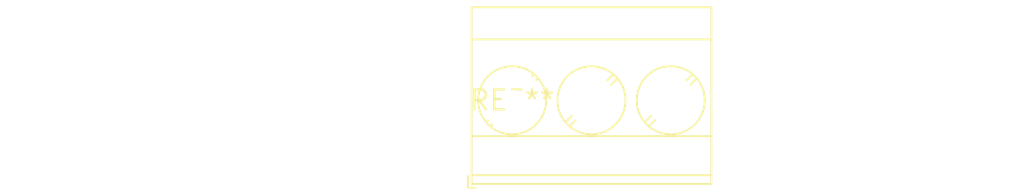
<source format=kicad_pcb>
(kicad_pcb (version 20240108) (generator pcbnew)
  (layers (0 "F.Cu" signal) (31 "B.Cu" signal) (34 "B.Paste" user) (35 "F.Paste" user) (36 "B.SilkS" user "B.Silkscreen") (37 "F.SilkS" user "F.Silkscreen") (38 "B.Mask" user) (39 "F.Mask" user) (44 "Edge.Cuts" user))
  (net 0 "")
  (footprint "TerminalBlock_Phoenix_MKDS-3-3-5.08_1x03_P5.08mm_Horizontal" (layer "F.Cu") (at 0 0)
    (property "Reference" "REF**")
    (property "Value" "TerminalBlock_Phoenix_MKDS-3-3-5.08_1x03_P5.08mm_Horizontal")
    (fp_line (start -2.84 4.86) (end -2.84 5.6) (layer "F.SilkS") (stroke (width 0.12)))
    (fp_line (start -2.84 5.6) (end -2.34 5.6) (layer "F.SilkS") (stroke (width 0.12)))
    (fp_line (start -2.6 -5.96) (end -2.6 5.36) (layer "F.SilkS") (stroke (width 0.12)))
    (fp_line (start -2.6 -5.96) (end 12.76 -5.96) (layer "F.SilkS") (stroke (width 0.12)))
    (fp_line (start -2.6 -3.9) (end 12.76 -3.9) (layer "F.SilkS") (stroke (width 0.12)))
    (fp_line (start -2.6 2.3) (end 12.76 2.3) (layer "F.SilkS") (stroke (width 0.12)))
    (fp_line (start -2.6 4.8) (end 12.76 4.8) (layer "F.SilkS") (stroke (width 0.12)))
    (fp_line (start -2.6 5.36) (end 12.76 5.36) (layer "F.SilkS") (stroke (width 0.12)))
    (fp_line (start -1.548 1.281) (end -1.654 1.388) (layer "F.SilkS") (stroke (width 0.12)))
    (fp_line (start -1.282 1.547) (end -1.388 1.654) (layer "F.SilkS") (stroke (width 0.12)))
    (fp_line (start 1.388 -1.654) (end 1.281 -1.547) (layer "F.SilkS") (stroke (width 0.12)))
    (fp_line (start 1.654 -1.388) (end 1.547 -1.281) (layer "F.SilkS") (stroke (width 0.12)))
    (fp_line (start 3.822 0.992) (end 3.427 1.388) (layer "F.SilkS") (stroke (width 0.12)))
    (fp_line (start 4.073 1.274) (end 3.693 1.654) (layer "F.SilkS") (stroke (width 0.12)))
    (fp_line (start 6.468 -1.654) (end 6.088 -1.274) (layer "F.SilkS") (stroke (width 0.12)))
    (fp_line (start 6.734 -1.388) (end 6.339 -0.992) (layer "F.SilkS") (stroke (width 0.12)))
    (fp_line (start 8.902 0.992) (end 8.507 1.388) (layer "F.SilkS") (stroke (width 0.12)))
    (fp_line (start 9.153 1.274) (end 8.773 1.654) (layer "F.SilkS") (stroke (width 0.12)))
    (fp_line (start 11.548 -1.654) (end 11.168 -1.274) (layer "F.SilkS") (stroke (width 0.12)))
    (fp_line (start 11.814 -1.388) (end 11.419 -0.992) (layer "F.SilkS") (stroke (width 0.12)))
    (fp_line (start 12.76 -5.96) (end 12.76 5.36) (layer "F.SilkS") (stroke (width 0.12)))
    (fp_circle (center 0 0) (end 2.18 0) (layer "F.SilkS") (stroke (width 0.12)) (fill none))
    (fp_circle (center 5.08 0) (end 7.26 0) (layer "F.SilkS") (stroke (width 0.12)) (fill none))
    (fp_circle (center 10.16 0) (end 12.34 0) (layer "F.SilkS") (stroke (width 0.12)) (fill none))
    (pad "1" thru_hole rect (at 0 0) (size 2.6 2.6) (drill 1.3) (layers *.Cu *.Mask) (remove_unused_layers))
    (pad "2" thru_hole circle (at 5.08 0) (size 2.6 2.6) (drill 1.3) (layers *.Cu *.Mask) (remove_unused_layers))
    (pad "3" thru_hole circle (at 10.16 0) (size 2.6 2.6) (drill 1.3) (layers *.Cu *.Mask) (remove_unused_layers))
  )
)
</source>
